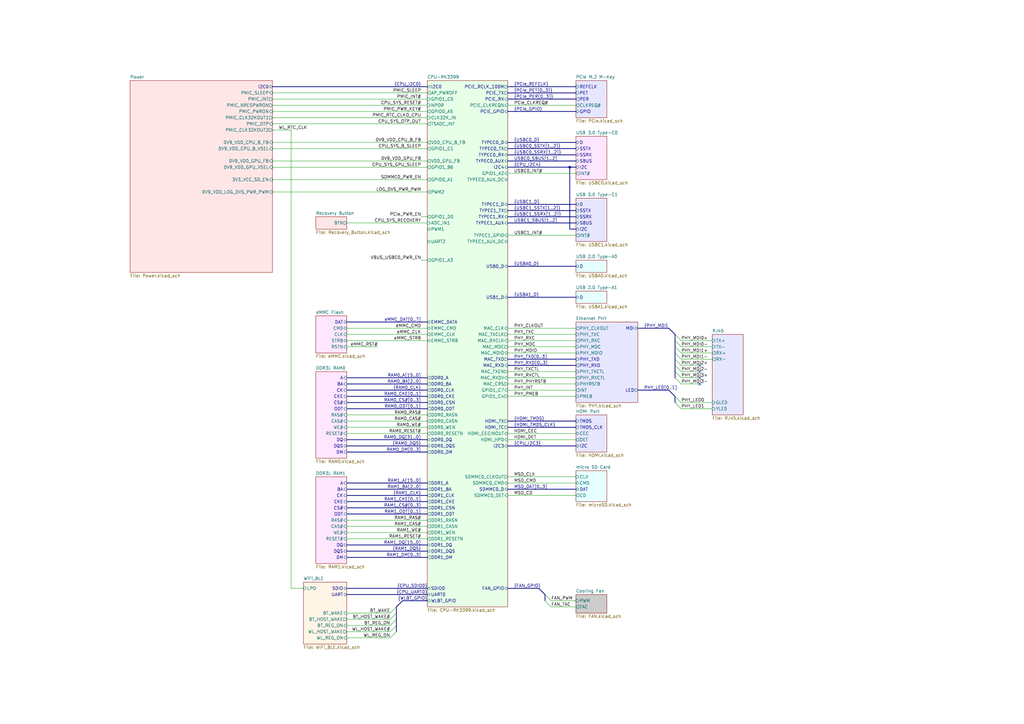
<source format=kicad_sch>
(kicad_sch (version 20250114) (generator "eeschema") (generator_version "9.0")
  (paper "A3")
  (title_block (title "VESA-SBC3399") (date "2026-01-14") (rev "1.0.0") (company "TickLab") (comment 1 "VESA-SBC3399"))
  (lib_symbols)
  (bus_alias "FAN_GPIO" (members "FAN_PWM" "FAN_TAC"))
  (junction (at 233.68 68.58))
  (no_connect (at 287.02 149.86))
  (no_connect (at 287.02 157.48))
  (no_connect (at 287.02 154.94))
  (no_connect (at 287.02 152.4))
  (bus_entry (at 276.86 147.32) (size 2.54 2.54))
  (bus_entry (at 276.86 137.16) (size 2.54 2.54))
  (bus_entry (at 162.56 259.08) (size -2.54 2.54))
  (bus_entry (at 276.86 142.24) (size 2.54 2.54))
  (bus_entry (at 276.86 162.56) (size 2.54 2.54))
  (bus_entry (at 276.86 144.78) (size 2.54 2.54))
  (bus_entry (at 276.86 165.1) (size 2.54 2.54))
  (bus_entry (at 162.56 254) (size -2.54 2.54))
  (bus_entry (at 162.56 248.92) (size -2.54 2.54))
  (bus_entry (at 276.86 154.94) (size 2.54 2.54))
  (bus_entry (at 162.56 256.54) (size -2.54 2.54))
  (bus_entry (at 223.52 246.38) (size 2.54 2.54))
  (bus_entry (at 276.86 152.4) (size 2.54 2.54))
  (bus_entry (at 276.86 149.86) (size 2.54 2.54))
  (bus_entry (at 162.56 251.46) (size -2.54 2.54))
  (bus_entry (at 223.52 243.84) (size 2.54 2.54))
  (bus_entry (at 276.86 139.7) (size 2.54 2.54))
  (bus (pts (xy 162.56 256.54) (xy 162.56 259.08)))
  (wire (pts (xy 208.28 96.52) (xy 236.22 96.52)))
  (bus (pts (xy 142.24 228.6) (xy 175.26 228.6)))
  (wire (pts (xy 142.24 137.16) (xy 175.26 137.16)))
  (wire (pts (xy 142.24 215.9) (xy 175.26 215.9)))
  (bus (pts (xy 162.56 254) (xy 162.56 256.54)))
  (wire (pts (xy 279.4 139.7) (xy 292.1 139.7)))
  (bus (pts (xy 142.24 226.06) (xy 175.26 226.06)))
  (bus (pts (xy 236.22 40.64) (xy 208.28 40.64)))
  (wire (pts (xy 208.28 137.16) (xy 236.22 137.16)))
  (bus (pts (xy 142.24 154.94) (xy 175.26 154.94)))
  (bus (pts (xy 142.24 160.02) (xy 175.26 160.02)))
  (bus (pts (xy 208.28 241.3) (xy 220.98 241.3)))
  (bus (pts (xy 276.86 142.24) (xy 276.86 144.78)))
  (bus (pts (xy 274.32 134.62) (xy 276.86 137.16)))
  (bus (pts (xy 142.24 203.2) (xy 175.26 203.2)))
  (wire (pts (xy 111.76 60.96) (xy 175.26 60.96)))
  (wire (pts (xy 160.02 256.54) (xy 142.24 256.54)))
  (wire (pts (xy 142.24 213.36) (xy 175.26 213.36)))
  (wire (pts (xy 208.28 162.56) (xy 236.22 162.56)))
  (bus (pts (xy 142.24 210.82) (xy 175.26 210.82)))
  (wire (pts (xy 226.06 246.38) (xy 236.22 246.38)))
  (wire (pts (xy 111.76 38.1) (xy 175.26 38.1)))
  (wire (pts (xy 160.02 254) (xy 142.24 254)))
  (bus (pts (xy 208.28 149.86) (xy 236.22 149.86)))
  (wire (pts (xy 111.76 66.04) (xy 175.26 66.04)))
  (wire (pts (xy 279.4 157.48) (xy 287.02 157.48)))
  (bus (pts (xy 276.86 149.86) (xy 276.86 152.4)))
  (bus (pts (xy 236.22 60.96) (xy 208.28 60.96)))
  (wire (pts (xy 111.76 53.34) (xy 119.38 53.34)))
  (bus (pts (xy 276.86 137.16) (xy 276.86 139.7)))
  (wire (pts (xy 208.28 144.78) (xy 236.22 144.78)))
  (bus (pts (xy 142.24 208.28) (xy 175.26 208.28)))
  (wire (pts (xy 226.06 248.92) (xy 236.22 248.92)))
  (bus (pts (xy 261.62 134.62) (xy 274.32 134.62)))
  (wire (pts (xy 208.28 157.48) (xy 236.22 157.48)))
  (bus (pts (xy 208.28 147.32) (xy 236.22 147.32)))
  (wire (pts (xy 208.28 142.24) (xy 236.22 142.24)))
  (bus (pts (xy 276.86 139.7) (xy 276.86 142.24)))
  (wire (pts (xy 208.28 177.8) (xy 236.22 177.8)))
  (wire (pts (xy 208.28 195.58) (xy 236.22 195.58)))
  (wire (pts (xy 208.28 160.02) (xy 236.22 160.02)))
  (wire (pts (xy 142.24 218.44) (xy 175.26 218.44)))
  (wire (pts (xy 279.4 149.86) (xy 287.02 149.86)))
  (bus (pts (xy 142.24 167.64) (xy 175.26 167.64)))
  (bus (pts (xy 236.22 88.9) (xy 208.28 88.9)))
  (bus (pts (xy 233.68 93.98) (xy 236.22 93.98)))
  (bus (pts (xy 208.28 175.26) (xy 236.22 175.26)))
  (wire (pts (xy 142.24 142.24) (xy 154.94 142.24)))
  (bus (pts (xy 208.28 109.22) (xy 236.22 109.22)))
  (wire (pts (xy 279.4 167.64) (xy 292.1 167.64)))
  (wire (pts (xy 172.72 106.68) (xy 175.26 106.68)))
  (wire (pts (xy 208.28 134.62) (xy 236.22 134.62)))
  (bus (pts (xy 162.56 251.46) (xy 162.56 254)))
  (bus (pts (xy 223.52 243.84) (xy 223.52 246.38)))
  (wire (pts (xy 279.4 144.78) (xy 292.1 144.78)))
  (wire (pts (xy 142.24 220.98) (xy 175.26 220.98)))
  (bus (pts (xy 236.22 68.58) (xy 233.68 68.58)))
  (wire (pts (xy 208.28 198.12) (xy 236.22 198.12)))
  (wire (pts (xy 208.28 71.12) (xy 236.22 71.12)))
  (wire (pts (xy 208.28 203.2) (xy 236.22 203.2)))
  (bus (pts (xy 142.24 223.52) (xy 175.26 223.52)))
  (bus (pts (xy 142.24 200.66) (xy 175.26 200.66)))
  (bus (pts (xy 233.68 68.58) (xy 208.28 68.58)))
  (bus (pts (xy 276.86 147.32) (xy 276.86 149.86)))
  (bus (pts (xy 236.22 83.82) (xy 208.28 83.82)))
  (wire (pts (xy 236.22 43.18) (xy 208.28 43.18)))
  (bus (pts (xy 233.68 68.58) (xy 233.68 93.98)))
  (wire (pts (xy 111.76 43.18) (xy 175.26 43.18)))
  (bus (pts (xy 142.24 243.84) (xy 175.26 243.84)))
  (bus (pts (xy 142.24 157.48) (xy 175.26 157.48)))
  (wire (pts (xy 208.28 139.7) (xy 236.22 139.7)))
  (bus (pts (xy 236.22 63.5) (xy 208.28 63.5)))
  (bus (pts (xy 162.56 248.92) (xy 162.56 251.46)))
  (wire (pts (xy 142.24 172.72) (xy 175.26 172.72)))
  (bus (pts (xy 165.1 246.38) (xy 175.26 246.38)))
  (bus (pts (xy 142.24 165.1) (xy 175.26 165.1)))
  (wire (pts (xy 111.76 73.66) (xy 175.26 73.66)))
  (wire (pts (xy 142.24 91.44) (xy 175.26 91.44)))
  (wire (pts (xy 160.02 261.62) (xy 142.24 261.62)))
  (bus (pts (xy 142.24 198.12) (xy 175.26 198.12)))
  (bus (pts (xy 236.22 38.1) (xy 208.28 38.1)))
  (bus (pts (xy 276.86 162.56) (xy 276.86 165.1)))
  (wire (pts (xy 279.4 152.4) (xy 287.02 152.4)))
  (bus (pts (xy 236.22 66.04) (xy 208.28 66.04)))
  (wire (pts (xy 208.28 180.34) (xy 236.22 180.34)))
  (wire (pts (xy 119.38 241.3) (xy 124.46 241.3)))
  (wire (pts (xy 142.24 177.8) (xy 175.26 177.8)))
  (wire (pts (xy 142.24 134.62) (xy 175.26 134.62)))
  (bus (pts (xy 220.98 241.3) (xy 223.52 243.84)))
  (bus (pts (xy 165.1 246.38) (xy 162.56 248.92)))
  (bus (pts (xy 142.24 132.08) (xy 175.26 132.08)))
  (bus (pts (xy 142.24 205.74) (xy 175.26 205.74)))
  (bus (pts (xy 276.86 144.78) (xy 276.86 147.32)))
  (wire (pts (xy 111.76 50.8) (xy 175.26 50.8)))
  (bus (pts (xy 236.22 91.44) (xy 208.28 91.44)))
  (bus (pts (xy 142.24 182.88) (xy 175.26 182.88)))
  (bus (pts (xy 142.24 241.3) (xy 175.26 241.3)))
  (wire (pts (xy 111.76 68.58) (xy 175.26 68.58)))
  (bus (pts (xy 236.22 45.72) (xy 208.28 45.72)))
  (bus (pts (xy 261.62 160.02) (xy 274.32 160.02)))
  (bus (pts (xy 142.24 185.42) (xy 175.26 185.42)))
  (wire (pts (xy 208.28 154.94) (xy 236.22 154.94)))
  (wire (pts (xy 172.72 88.9) (xy 175.26 88.9)))
  (bus (pts (xy 208.28 121.92) (xy 236.22 121.92)))
  (bus (pts (xy 236.22 35.56) (xy 208.28 35.56)))
  (wire (pts (xy 111.76 45.72) (xy 175.26 45.72)))
  (wire (pts (xy 119.38 53.34) (xy 119.38 241.3)))
  (wire (pts (xy 279.4 154.94) (xy 287.02 154.94)))
  (bus (pts (xy 142.24 162.56) (xy 175.26 162.56)))
  (bus (pts (xy 208.28 58.42) (xy 236.22 58.42)))
  (bus (pts (xy 208.28 172.72) (xy 236.22 172.72)))
  (wire (pts (xy 111.76 78.74) (xy 175.26 78.74)))
  (wire (pts (xy 142.24 139.7) (xy 175.26 139.7)))
  (wire (pts (xy 160.02 251.46) (xy 142.24 251.46)))
  (wire (pts (xy 111.76 40.64) (xy 175.26 40.64)))
  (wire (pts (xy 160.02 259.08) (xy 142.24 259.08)))
  (wire (pts (xy 142.24 170.18) (xy 175.26 170.18)))
  (bus (pts (xy 276.86 152.4) (xy 276.86 154.94)))
  (wire (pts (xy 279.4 147.32) (xy 292.1 147.32)))
  (wire (pts (xy 279.4 165.1) (xy 292.1 165.1)))
  (bus (pts (xy 236.22 86.36) (xy 208.28 86.36)))
  (wire (pts (xy 111.76 58.42) (xy 175.26 58.42)))
  (wire (pts (xy 111.76 48.26) (xy 175.26 48.26)))
  (wire (pts (xy 208.28 152.4) (xy 236.22 152.4)))
  (bus (pts (xy 111.76 35.56) (xy 175.26 35.56)))
  (bus (pts (xy 142.24 180.34) (xy 175.26 180.34)))
  (bus (pts (xy 208.28 200.66) (xy 236.22 200.66)))
  (bus (pts (xy 274.32 160.02) (xy 276.86 162.56)))
  (wire (pts (xy 279.4 142.24) (xy 292.1 142.24)))
  (bus (pts (xy 208.28 182.88) (xy 236.22 182.88)))
  (wire (pts (xy 142.24 175.26) (xy 175.26 175.26)))
  (label "LOG_DVS_PWR_PWM" (at 172.72 78.74 180))
  (label "RAM1_CKE[0..1]" (at 172.72 205.74 180))
  (label "SDMMC0_PWR_EN" (at 172.72 73.66 180))
  (label "PHY_RXD[0..3]" (at 210.82 149.86 0))
  (label "RAM0_CAS#" (at 172.72 172.72 180))
  (label "RAM0_RAS#" (at 172.72 170.18 180))
  (label "RAM0_A[15..0]" (at 172.72 154.94 180))
  (label "{CPU_UART0}" (at 175.26 243.84 180))
  (label "eMMC_STRB" (at 172.72 139.7 180))
  (label "0V9_VDD_GPU_FB" (at 172.72 66.04 180))
  (label "{CPU_I2C4}" (at 210.82 68.58 0))
  (label "PHY_PMEB" (at 210.82 162.56 0))
  (label "RAM1_CS#[0..3]" (at 172.72 208.28 180))
  (label "PHY_RXC" (at 210.82 139.7 0))
  (label "PMIC_RTC_CLKO_CPU" (at 172.72 48.26 180))
  (label "{PHY_MDI}" (at 264.16 134.62 0))
  (label "{PCIe_GPIO}" (at 210.82 45.72 0))
  (label "PHY_INT" (at 210.82 160.02 0))
  (label "RAM0_DM[0..3]" (at 172.72 185.42 180))
  (label "{USBC1_SSRX[1..2]}" (at 210.82 88.9 0))
  (label "BT_REG_ON" (at 160.02 256.54 180))
  (label "PHY_LED1" (at 279.4 167.64 0))
  (label "RAM0_CKE[0..1]" (at 172.72 162.56 180))
  (label "PHY_LED0" (at 279.4 165.1 0))
  (label "PHY_MDIO" (at 210.82 144.78 0))
  (label "RAM0_WE#" (at 172.72 175.26 180))
  (label "PMIC_INT#" (at 172.72 40.64 180))
  (label "0V9_VDD_CPU_B_FB" (at 172.72 58.42 180))
  (label "RAM0_BA[2..0]" (at 172.72 157.48 180))
  (label "PCIe_PWR_EN" (at 172.72 88.9 180))
  (label "MSD_CLX" (at 210.82 195.58 0))
  (label "RAM1_RAS#" (at 172.72 213.36 180))
  (label "{CPU_SDIO0}" (at 175.26 241.3 180))
  (label "PHY_LED[0..1]" (at 264.16 160.02 0))
  (label "FAN_TAC" (at 226.06 248.92 0))
  (label "USBC1_SBUS[1..2]" (at 210.82 91.44 0))
  (label "PHY_TXD[0..3]" (at 210.82 147.32 0))
  (label "CPU_SYS_RECOVERY" (at 172.72 91.44 180))
  (label "{USBC0_SSRX[1..2]}" (at 210.82 63.5 0))
  (label "{CPU_I2C0}" (at 172.72 35.56 180))
  (label "FAN_PWM" (at 226.06 246.38 0))
  (label "eMMC_RST#" (at 154.94 142.24 180))
  (label "{USBC1_SSTX[1..2]}" (at 210.82 86.36 0))
  (label "USBC0_INT#" (at 210.82 71.12 0))
  (label "PHY_MDI2-" (at 279.4 152.4 0))
  (label "RAM1_DQ[15..0]" (at 172.72 223.52 180))
  (label "RAM1_CAS#" (at 172.72 215.9 180))
  (label "PHY_MDI3+" (at 279.4 154.94 0))
  (label "eMMC_DAT[0..7]" (at 172.72 132.08 180))
  (label "RAM1_ODT[0..1]" (at 172.72 210.82 180))
  (label "USBC1_INT#" (at 210.82 96.52 0))
  (label "RAM1_WE#" (at 172.72 218.44 180))
  (label "WL_HOST_WAKE#" (at 160.02 259.08 180))
  (label "RAM1_BA[2..0]" (at 172.72 200.66 180))
  (label "VBUS_USBC0_PWR_EN" (at 172.72 106.68 180))
  (label "RAM1_A[15..0]" (at 172.72 198.12 180))
  (label "{FAN_GPIO}" (at 210.82 241.3 0))
  (label "{PCIe_REFCLK}" (at 210.82 35.56 0))
  (label "{CPU_I2C3}" (at 210.82 182.88 0))
  (label "PHY_MDI0+" (at 279.4 139.7 0))
  (label "RAM0_CS#[0..3]" (at 172.72 165.1 180))
  (label "CPU_SYS_B_SLEEP" (at 172.72 60.96 180))
  (label "PHY_PHYRSTB" (at 210.82 157.48 0))
  (label "{RAM1_DQS}" (at 172.72 226.06 180))
  (label "PHY_RXCTL" (at 210.82 154.94 0))
  (label "WL_RTC_CLK" (at 114.3 53.34 0))
  (label "MSD_CMD" (at 210.82 198.12 0))
  (label "PHY_MDI1+" (at 279.4 144.78 0))
  (label "PCIe_CLKREQ#" (at 210.82 43.18 0))
  (label "{USBC0_SSTX[1..2]}" (at 210.82 60.96 0))
  (label "PMIC_SLEEP" (at 172.72 38.1 180))
  (label "BT_WAKE" (at 160.02 251.46 180))
  (label "PHY_CLKOUT" (at 210.82 134.62 0))
  (label "PHY_MDI1-" (at 279.4 147.32 0))
  (label "{RAM0_DQS}" (at 172.72 182.88 180))
  (label "{RAM1_CLK}" (at 172.72 203.2 180))
  (label "{USBC1_D}" (at 210.82 83.82 0))
  (label "{WLBT_GPIO}" (at 175.26 246.38 180))
  (label "RAM0_DQ[31..0]" (at 172.72 180.34 180))
  (label "RAM1_DM[0..3]" (at 172.72 228.6 180))
  (label "RAM0_RESET#" (at 172.72 177.8 180))
  (label "PHY_TXC" (at 210.82 137.16 0))
  (label "HDMI_DET" (at 210.82 180.34 0))
  (label "{USBA1_D}" (at 210.82 121.92 0))
  (label "PHY_MDI0-" (at 279.4 142.24 0))
  (label "eMMC_CLK" (at 172.72 137.16 180))
  (label "RAM0_ODT[0..1]" (at 172.72 167.64 180))
  (label "MSD_DAT[0..3]" (at 210.82 200.66 0))
  (label "{PCIe_PET[0..3]}" (at 210.82 38.1 0))
  (label "USBC0_SBUS[1..2]" (at 210.82 66.04 0))
  (label "PHY_MDC" (at 210.82 142.24 0))
  (label "PHY_MDI3-" (at 279.4 157.48 0))
  (label "{HDMI_TMDS_CLK}" (at 210.82 175.26 0))
  (label "{PCIe_PER[0..3]}" (at 210.82 40.64 0))
  (label "RAM1_RESET#" (at 172.72 220.98 180))
  (label "PHY_MDI2+" (at 279.4 149.86 0))
  (label "PHY_TXCTL" (at 210.82 152.4 0))
  (label "{RAM0_CLK}" (at 172.72 160.02 180))
  (label "HDMI_CEC" (at 210.82 177.8 0))
  (label "{USBA0_D}" (at 210.82 109.22 0))
  (label "WL_REG_ON" (at 160.02 261.62 180))
  (label "CPU_SYS_OTP_OUT" (at 172.72 50.8 180))
  (label "MSD_CD" (at 210.82 203.2 0))
  (label "CPU_SYS_RESET#" (at 172.72 43.18 180))
  (label "CPU_SYS_GPU_SLEEP" (at 172.72 68.58 180))
  (label "BT_HOST_WAKE#" (at 160.02 254 180))
  (label "eMMC_CMD" (at 172.72 134.62 180))
  (label "{USBC0_D}" (at 210.82 58.42 0))
  (label "PMIC_PWR_KEY#" (at 172.72 45.72 180))
  (label "{HDMI_TMDS}" (at 210.82 172.72 0))
  (sheet (at 236.22 119.38) (size 12.7 5.08) (stroke (width 0.1524)) (fill (color 0 255 255 0.1000))
    (property "Sheetname" "USB 2.0 Type-A1" (at 236.22 118.6684 0) (effects (justify left bottom)))
    (property "Sheetfile" "USBA1.kicad_sch" (at 236.22 125.0446 0) (effects (justify left top)))
    (pin "D" bidirectional (at 236.22 121.92 180))
  )
  (sheet (at 236.22 106.68) (size 12.7 5.08) (stroke (width 0.1524)) (fill (color 0 255 255 0.1000))
    (property "Sheetname" "USB 2.0 Type-A0" (at 236.22 105.9684 0) (effects (justify left bottom)))
    (property "Sheetfile" "USBA0.kicad_sch" (at 236.22 112.3446 0) (effects (justify left top)))
    (pin "D" bidirectional (at 236.22 109.22 180))
  )
  (sheet (at 236.22 81.28) (size 12.7 17.78) (stroke (width 0.1524)) (fill (color 0 0 255 0.1000))
    (property "Sheetname" "USB 3.0 Type-C1" (at 236.22 80.5684 0) (effects (justify left bottom)))
    (property "Sheetfile" "USBC1.kicad_sch" (at 236.22 99.6446 0) (effects (justify left top)))
    (pin "SSTX" input (at 236.22 86.36 180))
    (pin "D" bidirectional (at 236.22 83.82 180))
    (pin "SSRX" bidirectional (at 236.22 88.9 180))
    (pin "SBUS" bidirectional (at 236.22 91.44 180))
    (pin "I2C" bidirectional (at 236.22 93.98 180))
    (pin "INT#" output (at 236.22 96.52 180))
  )
  (sheet (at 236.22 33.02) (size 12.7 15.24) (stroke (width 0.1524)) (fill (color 0 0 255 0.1000))
    (property "Sheetname" "PCIe M.2 M-Key" (at 236.22 32.3084 0) (effects (justify left bottom)))
    (property "Sheetfile" "PCIe.kicad_sch" (at 236.22 48.8446 0) (effects (justify left top)))
    (pin "GPIO" bidirectional (at 236.22 45.72 180))
    (pin "CLKREQ#" output (at 236.22 43.18 180))
    (pin "PET" input (at 236.22 38.1 180))
    (pin "PER" output (at 236.22 40.64 180))
    (pin "REFCLK" input (at 236.22 35.56 180))
  )
  (sheet (at 129.54 88.9) (size 12.7 5.08) (stroke (width 0.1524)) (fill (color 255 0 0 0.1000))
    (property "Sheetname" "Recovery Button" (at 129.54 88.1884 0) (effects (justify left bottom)))
    (property "Sheetfile" "Recovery_Button.kicad_sch" (at 129.54 94.5646 0) (effects (justify left top)))
    (pin "BTN" output (at 142.24 91.44 0))
  )
  (sheet (at 129.54 129.54) (size 12.7 15.24) (stroke (width 0.1524)) (fill (color 255 0 255 0.1000))
    (property "Sheetname" "eMMC Flash" (at 129.54 128.8284 0) (effects (justify left bottom)))
    (property "Sheetfile" "eMMC.kicad_sch" (at 129.54 145.3646 0) (effects (justify left top)))
    (pin "STRB" bidirectional (at 142.24 139.7 0))
    (pin "DAT" bidirectional (at 142.24 132.08 0))
    (pin "CLK" input (at 142.24 137.16 0))
    (pin "CMD" bidirectional (at 142.24 134.62 0))
    (pin "RSTN" input (at 142.24 142.24 0))
  )
  (sheet (at 129.54 152.4) (size 12.7 35.56) (stroke (width 0.1524)) (fill (color 255 0 255 0.1000))
    (property "Sheetname" "DDR3L RAM0" (at 129.54 151.6884 0) (effects (justify left bottom)))
    (property "Sheetfile" "RAM0.kicad_sch" (at 129.54 188.5446 0) (effects (justify left top)))
    (pin "CS#" input (at 142.24 165.1 0))
    (pin "ODT" input (at 142.24 167.64 0))
    (pin "A" input (at 142.24 154.94 0))
    (pin "CKE" input (at 142.24 162.56 0))
    (pin "CK" input (at 142.24 160.02 0))
    (pin "BA" input (at 142.24 157.48 0))
    (pin "RAS#" input (at 142.24 170.18 0))
    (pin "CAS#" input (at 142.24 172.72 0))
    (pin "DQS" bidirectional (at 142.24 182.88 0))
    (pin "RESET#" input (at 142.24 177.8 0))
    (pin "DQ" bidirectional (at 142.24 180.34 0))
    (pin "WE#" input (at 142.24 175.26 0))
    (pin "DM" input (at 142.24 185.42 0))
  )
  (sheet (at 236.22 170.18) (size 12.7 15.24) (stroke (width 0.1524)) (fill (color 0 0 255 0.1000))
    (property "Sheetname" "HDMI Port" (at 236.22 169.4684 0) (effects (justify left bottom)))
    (property "Sheetfile" "HDMI.kicad_sch" (at 236.22 186.0046 0) (effects (justify left top)))
    (pin "TMDS" input (at 236.22 172.72 180))
    (pin "DET" output (at 236.22 180.34 180))
    (pin "I2C" bidirectional (at 236.22 182.88 180))
    (pin "TMDS_CLK" input (at 236.22 175.26 180))
    (pin "CEC" bidirectional (at 236.22 177.8 180))
  )
  (sheet (at 236.22 193.04) (size 12.7 12.7) (stroke (width 0.1524)) (fill (color 0 255 255 0.1000))
    (property "Sheetname" "micro SD Card" (at 236.22 192.3284 0) (effects (justify left bottom)))
    (property "Sheetfile" "microSD.kicad_sch" (at 236.22 206.3246 0) (effects (justify left top)))
    (pin "CMD" bidirectional (at 236.22 198.12 180))
    (pin "CD" output (at 236.22 203.2 180))
    (pin "DAT" bidirectional (at 236.22 200.66 180))
    (pin "CLX" input (at 236.22 195.58 180))
  )
  (sheet (at 129.54 195.58) (size 12.7 35.56) (stroke (width 0.1524)) (fill (color 255 0 255 0.1000))
    (property "Sheetname" "DDR3L RAM1" (at 129.54 194.8684 0) (effects (justify left bottom)))
    (property "Sheetfile" "RAM1.kicad_sch" (at 129.54 231.7246 0) (effects (justify left top)))
    (pin "CAS#" input (at 142.24 215.9 0))
    (pin "DM" input (at 142.24 228.6 0))
    (pin "A" input (at 142.24 198.12 0))
    (pin "CS#" input (at 142.24 208.28 0))
    (pin "CKE" input (at 142.24 205.74 0))
    (pin "BA" input (at 142.24 200.66 0))
    (pin "RAS#" input (at 142.24 213.36 0))
    (pin "CK" input (at 142.24 203.2 0))
    (pin "DQS" bidirectional (at 142.24 226.06 0))
    (pin "ODT" input (at 142.24 210.82 0))
    (pin "DQ" bidirectional (at 142.24 223.52 0))
    (pin "RESET#" input (at 142.24 220.98 0))
    (pin "WE#" input (at 142.24 218.44 0))
  )
  (sheet (at 236.22 243.84) (size 12.7 7.62) (stroke (width 0.1524)) (fill (color 0 0 0 0.2000))
    (property "Sheetname" "Cooling Fan" (at 236.22 243.1284 0) (effects (justify left bottom)))
    (property "Sheetfile" "FAN.kicad_sch" (at 236.22 252.0446 0) (effects (justify left top)))
    (pin "PWM" input (at 236.22 246.38 180))
    (pin "TAC" output (at 236.22 248.92 180))
  )
  (sheet (at 292.1 137.16) (size 12.7 33.02) (stroke (width 0.1524)) (fill (color 0 0 255 0.1000))
    (property "Sheetname" "RJ45" (at 292.1 136.4484 0) (effects (justify left bottom)))
    (property "Sheetfile" "RJ45.kicad_sch" (at 292.1 170.7646 0) (effects (justify left top)))
    (pin "TX-" input (at 292.1 142.24 180))
    (pin "TX+" input (at 292.1 139.7 180))
    (pin "YLED" input (at 292.1 167.64 180))
    (pin "RX-" output (at 292.1 147.32 180))
    (pin "GLED" input (at 292.1 165.1 180))
    (pin "RX+" output (at 292.1 144.78 180))
  )
  (sheet (at 124.46 238.76) (size 17.78 25.4) (stroke (width 0.1524)) (fill (color 255 153 0 0.1000))
    (property "Sheetname" "WiFi_BLE" (at 124.46 238.0484 0) (effects (justify left bottom)))
    (property "Sheetfile" "WiFi_BLE.kicad_sch" (at 124.46 264.7446 0) (effects (justify left top)))
    (pin "BT_WAKE" input (at 142.24 251.46 0))
    (pin "SDIO" bidirectional (at 142.24 241.3 0))
    (pin "BT_HOST_WAKE" output (at 142.24 254 0))
    (pin "UART" bidirectional (at 142.24 243.84 0))
    (pin "WL_HOST_WAKE" output (at 142.24 259.08 0))
    (pin "WL_REG_ON" input (at 142.24 261.62 0))
    (pin "BT_REG_ON" input (at 142.24 256.54 0))
    (pin "LPO" input (at 124.46 241.3 180))
  )
  (sheet (at 175.26 33.02) (size 33.02 215.9) (stroke (width 0.1524)) (fill (color 0 255 0 0.1000))
    (property "Sheetname" "CPU-RK3399" (at 175.26 32.3084 0) (effects (justify left bottom)))
    (property "Sheetfile" "CPU-RK3399.kicad_sch" (at 175.26 249.5046 0) (effects (justify left top)))
    (pin "I2C4" bidirectional (at 208.28 68.58 0))
    (pin "I2C0" bidirectional (at 175.26 35.56 180))
    (pin "PWM1" bidirectional (at 175.26 93.98 180))
    (pin "UART2" bidirectional (at 175.26 99.06 180))
    (pin "PCIE_GPIO" bidirectional (at 208.28 45.72 0))
    (pin "PCIE_CLKREQN" input (at 208.28 43.18 0))
    (pin "PCIE_RX" input (at 208.28 40.64 0))
    (pin "PCIE_TX" output (at 208.28 38.1 0))
    (pin "PCIE_RCLK_100M" output (at 208.28 35.56 0))
    (pin "TYPEC0_AUX" bidirectional (at 208.28 66.04 0))
    (pin "TYPEC0_D" bidirectional (at 208.28 58.42 0))
    (pin "TYPEC0_RX" bidirectional (at 208.28 63.5 0))
    (pin "TYPEC0_TX" output (at 208.28 60.96 0))
    (pin "TYPEC1_GPIO" input (at 208.28 96.52 0))
    (pin "TYPEC1_RX" bidirectional (at 208.28 88.9 0))
    (pin "TYPEC1_TX" output (at 208.28 86.36 0))
    (pin "TYPEC1_D" bidirectional (at 208.28 83.82 0))
    (pin "TYPEC1_AUX" bidirectional (at 208.28 91.44 0))
    (pin "USB0_D" bidirectional (at 208.28 109.22 0))
    (pin "USB1_D" bidirectional (at 208.28 121.92 0))
    (pin "MAC_TXCLK" output (at 208.28 137.16 0))
    (pin "MAC_MDIO" bidirectional (at 208.28 144.78 0))
    (pin "MAC_MDC" output (at 208.28 142.24 0))
    (pin "MAC_CLK" input (at 208.28 134.62 0))
    (pin "MAC_CRS" output (at 208.28 157.48 0))
    (pin "MAC_RXCLK" input (at 208.28 139.7 0))
    (pin "MAC_TXEN" output (at 208.28 152.4 0))
    (pin "MAC_RXD" input (at 208.28 149.86 0))
    (pin "MAC_RXDV" input (at 208.28 154.94 0))
    (pin "MAC_TXD" output (at 208.28 147.32 0))
    (pin "HDMI_HPD" input (at 208.28 180.34 0))
    (pin "HDMI_TX" output (at 208.28 172.72 0))
    (pin "HDMI_CECINOUT" bidirectional (at 208.28 177.8 0))
    (pin "HDMI_TC" output (at 208.28 175.26 0))
    (pin "I2C3" bidirectional (at 208.28 182.88 0))
    (pin "SDMMC0_CLKOUT" output (at 208.28 195.58 0))
    (pin "SDMMC0_D" bidirectional (at 208.28 200.66 0))
    (pin "SDMMC0_DET" input (at 208.28 203.2 0))
    (pin "SDMMC0_CMD" bidirectional (at 208.28 198.12 0))
    (pin "FAN_GPIO" bidirectional (at 208.28 241.3 0))
    (pin "WLBT_GPIO" bidirectional (at 175.26 246.38 180))
    (pin "SDIO0" bidirectional (at 175.26 241.3 180))
    (pin "UART0" bidirectional (at 175.26 243.84 180))
    (pin "DDR0_RASN" output (at 175.26 170.18 180))
    (pin "DDR0_A" output (at 175.26 154.94 180))
    (pin "DDR0_CKE" output (at 175.26 162.56 180))
    (pin "DDR0_CLK" output (at 175.26 160.02 180))
    (pin "DDR0_BA" output (at 175.26 157.48 180))
    (pin "DDR0_CSN" output (at 175.26 165.1 180))
    (pin "DDR0_ODT" output (at 175.26 167.64 180))
    (pin "DDR0_CASN" output (at 175.26 172.72 180))
    (pin "DDR0_DM" output (at 175.26 185.42 180))
    (pin "DDR0_WEN" output (at 175.26 175.26 180))
    (pin "DDR0_DQ" bidirectional (at 175.26 180.34 180))
    (pin "DDR0_RESETN" output (at 175.26 177.8 180))
    (pin "DDR0_DQS" bidirectional (at 175.26 182.88 180))
    (pin "DDR1_BA" output (at 175.26 200.66 180))
    (pin "DDR1_DM" output (at 175.26 228.6 180))
    (pin "DDR1_WEN" output (at 175.26 218.44 180))
    (pin "DDR1_A" output (at 175.26 198.12 180))
    (pin "DDR1_CKE" output (at 175.26 205.74 180))
    (pin "DDR1_CSN" output (at 175.26 208.28 180))
    (pin "DDR1_ODT" output (at 175.26 210.82 180))
    (pin "DDR1_CLK" output (at 175.26 203.2 180))
    (pin "DDR1_RASN" output (at 175.26 213.36 180))
    (pin "DDR1_CASN" output (at 175.26 215.9 180))
    (pin "DDR1_DQ" bidirectional (at 175.26 223.52 180))
    (pin "DDR1_RESETN" output (at 175.26 220.98 180))
    (pin "DDR1_DQS" bidirectional (at 175.26 226.06 180))
    (pin "EMMC_DATA" bidirectional (at 175.26 132.08 180))
    (pin "EMMC_STRB" bidirectional (at 175.26 139.7 180))
    (pin "EMMC_CMD" bidirectional (at 175.26 134.62 180))
    (pin "EMMC_CLK" output (at 175.26 137.16 180))
    (pin "VDD_CPU_B_FB" output (at 175.26 58.42 180))
    (pin "VDD_GPU_FB" output (at 175.26 66.04 180))
    (pin "NPOR" input (at 175.26 43.18 180))
    (pin "CLK32K_IN" input (at 175.26 48.26 180))
    (pin "AP_PWROFF" output (at 175.26 38.1 180))
    (pin "GPIO0_A1" output (at 175.26 73.66 180))
    (pin "GPIO0_A5" output (at 175.26 45.72 180))
    (pin "TYPEC1_AUX_DC" bidirectional (at 208.28 99.06 0))
    (pin "TYPEC0_AUX_DC" bidirectional (at 208.28 73.66 0))
    (pin "ADC_IN1" input (at 175.26 91.44 180))
    (pin "GPIO1_A2" input (at 208.28 71.12 0))
    (pin "GPIO1_A3" output (at 175.26 106.68 180))
    (pin "TSADC_INT" output (at 175.26 50.8 180))
    (pin "GPIO1_B6" output (at 175.26 68.58 180))
    (pin "GPIO1_C1" output (at 175.26 60.96 180))
    (pin "PWM2" output (at 175.26 78.74 180))
    (pin "GPIO1_C4" output (at 208.28 162.56 0))
    (pin "GPIO1_C5" input (at 175.26 40.64 180))
    (pin "GPIO1_C7" input (at 208.28 160.02 0))
    (pin "GPIO1_D0" output (at 175.26 88.9 180))
  )
  (sheet (at 236.22 132.08) (size 25.4 33.02) (stroke (width 0.1524)) (fill (color 0 0 255 0.1000))
    (property "Sheetname" "Ethernet PHY" (at 236.22 131.3684 0) (effects (justify left bottom)))
    (property "Sheetfile" "PHY.kicad_sch" (at 236.22 165.6846 0) (effects (justify left top)))
    (pin "PHY_TXC" input (at 236.22 137.16 180))
    (pin "PHY_MDC" input (at 236.22 142.24 180))
    (pin "PHY_RXC" output (at 236.22 139.7 180))
    (pin "PHY_MDIO" bidirectional (at 236.22 144.78 180))
    (pin "PHY_CLKOUT" output (at 236.22 134.62 180))
    (pin "PHYRSTB" input (at 236.22 157.48 180))
    (pin "PHY_RXD" output (at 236.22 149.86 180))
    (pin "PHY_TXCTL" input (at 236.22 152.4 180))
    (pin "PHY_TXD" input (at 236.22 147.32 180))
    (pin "PHY_RXCTL" output (at 236.22 154.94 180))
    (pin "MDI" bidirectional (at 261.62 134.62 0))
    (pin "LED" output (at 261.62 160.02 0))
    (pin "INT" output (at 236.22 160.02 180))
    (pin "PMEB" input (at 236.22 162.56 180))
  )
  (sheet (at 53.34 33.02) (size 58.42 78.74) (stroke (width 0.1524)) (fill (color 255 0 0 0.1000))
    (property "Sheetname" "Power" (at 53.34 32.3084 0) (effects (justify left bottom)))
    (property "Sheetfile" "Power.kicad_sch" (at 53.34 112.3446 0) (effects (justify left top)))
    (pin "I2C0" bidirectional (at 111.76 35.56 0))
    (pin "PMIC_SLEEP" input (at 111.76 38.1 0))
    (pin "PMIC_NRESPWRON" output (at 111.76 43.18 0))
    (pin "PMIC_INT" output (at 111.76 40.64 0))
    (pin "PMIC_CLK32KOUT1" output (at 111.76 48.26 0))
    (pin "PMIC_CLK32KOUT2" output (at 111.76 53.34 0))
    (pin "PMIC_PWRON" input (at 111.76 45.72 0))
    (pin "PMIC_OTP" input (at 111.76 50.8 0))
    (pin "0V9_VDD_CPU_B_FB" input (at 111.76 58.42 0))
    (pin "0V9_VDD_CPU_B_VSEL" input (at 111.76 60.96 0))
    (pin "0V9_VDD_GPU_FB" input (at 111.76 66.04 0))
    (pin "0V9_VDD_GPU_VSEL" input (at 111.76 68.58 0))
    (pin "3V3_VCC_SD_EN" input (at 111.76 73.66 0))
    (pin "0V9_VDD_LOG_DVS_PWR_PWM" input (at 111.76 78.74 0))
  )
  (sheet (at 236.22 55.88) (size 12.7 17.78) (stroke (width 0.1524)) (fill (color 255 0 255 0.1000))
    (property "Sheetname" "USB 3.0 Type-C0" (at 236.22 55.1684 0) (effects (justify left bottom)))
    (property "Sheetfile" "USBC0.kicad_sch" (at 236.22 74.2446 0) (effects (justify left top)))
    (pin "SSTX" input (at 236.22 60.96 180))
    (pin "D" bidirectional (at 236.22 58.42 180))
    (pin "SSRX" bidirectional (at 236.22 63.5 180))
    (pin "SBUS" bidirectional (at 236.22 66.04 180))
    (pin "I2C" bidirectional (at 236.22 68.58 180))
    (pin "INT#" output (at 236.22 71.12 180))
  )
)
</source>
